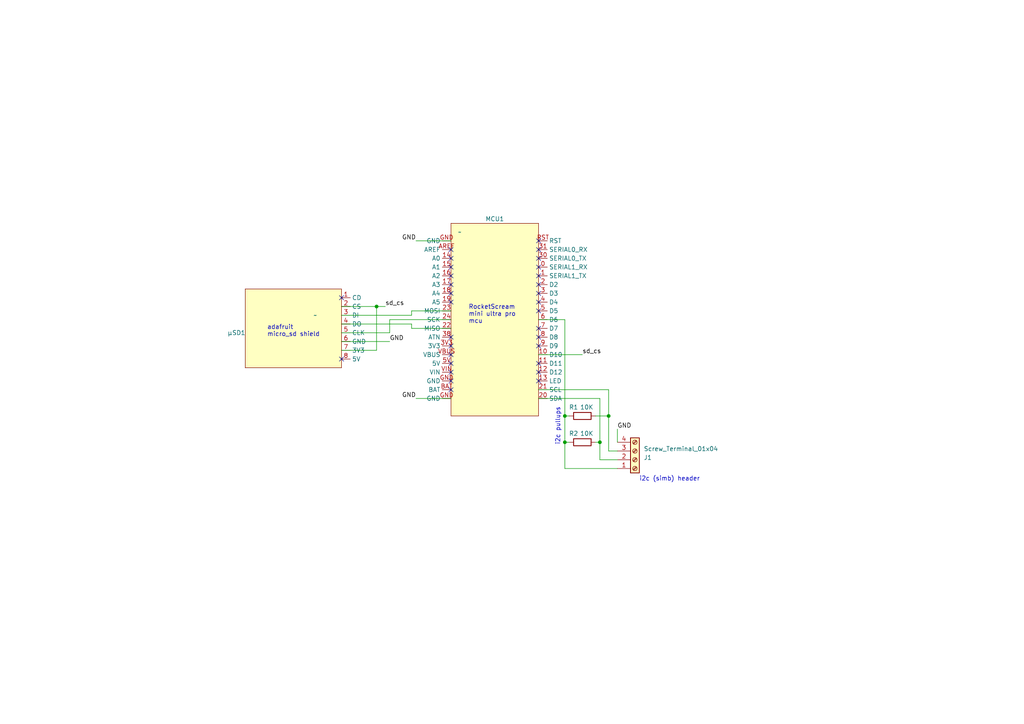
<source format=kicad_sch>
(kicad_sch (version 20230121) (generator eeschema)
  (paper "A4")
  (lib_symbols
    (symbol "Connector:Screw_Terminal_01x04" (pin_names (offset 1.016) hide)
      (property "Reference" "J" (at 0 5.08 0))
      (property "Value" "Screw_Terminal_01x04" (at 0 -7.62 0))
      (symbol "Screw_Terminal_01x04_1_1"
        (rectangle (start -1.27 3.81) (end 1.27 -6.35) (stroke (width 0.254)) (fill (type background)))
        (circle (center 0 -5.08) (radius 0.635) (stroke (width 0.1524)))
        (circle (center 0 -2.54) (radius 0.635) (stroke (width 0.1524)))
        (polyline (pts (xy -0.5334 -4.7498) (xy 0.3302 -5.588)) (stroke (width 0.1524)))
        (polyline (pts (xy -0.5334 -2.2098) (xy 0.3302 -3.048)) (stroke (width 0.1524)))
        (polyline (pts (xy -0.5334 0.3302) (xy 0.3302 -0.508)) (stroke (width 0.1524)))
        (polyline (pts (xy -0.5334 2.8702) (xy 0.3302 2.032)) (stroke (width 0.1524)))
        (polyline (pts (xy -0.3556 -4.572) (xy 0.508 -5.4102)) (stroke (width 0.1524)))
        (polyline (pts (xy -0.3556 -2.032) (xy 0.508 -2.8702)) (stroke (width 0.1524)))
        (polyline (pts (xy -0.3556 0.508) (xy 0.508 -0.3302)) (stroke (width 0.1524)))
        (polyline (pts (xy -0.3556 3.048) (xy 0.508 2.2098)) (stroke (width 0.1524)))
        (circle (center 0 0) (radius 0.635) (stroke (width 0.1524)))
        (circle (center 0 2.54) (radius 0.635) (stroke (width 0.1524)))
        (pin passive line (at -5.08 2.54 0) (length 3.81) (name "Pin_1") (number "1"))
        (pin passive line (at -5.08 0 0) (length 3.81) (name "Pin_2") (number "2"))
        (pin passive line (at -5.08 -2.54 0) (length 3.81) (name "Pin_3") (number "3"))
        (pin passive line (at -5.08 -5.08 0) (length 3.81) (name "Pin_4") (number "4"))
      )
    )
    (symbol "Connector:micro_sd_cardReader_adafruit"
      (property "Reference" "µSD" (at -20.32 -5.08 0))
      (symbol "micro_sd_cardReader_adafruit_1_1"
        (rectangle (start -15.24 7.62) (end 12.7 -15.24) (fill (type background)))
        (pin output line (at 12.7 5.08 0) (length 2.54) (name "CD") (number "1"))
        (pin input line (at 12.7 2.54 0) (length 2.54) (name "CS") (number "2"))
        (pin input line (at 12.7 0 0) (length 2.54) (name "DI") (number "3"))
        (pin output line (at 12.7 -2.54 0) (length 2.54) (name "DO") (number "4"))
        (pin input line (at 12.7 -5.08 0) (length 2.54) (name "CLK") (number "5"))
        (pin input line (at 12.7 -7.62 0) (length 2.54) (name "GND") (number "6"))
        (pin input line (at 12.7 -10.16 0) (length 2.54) (name "3V3") (number "7"))
        (pin input line (at 12.7 -12.7 0) (length 2.54) (name "5V") (number "8"))
      )
    )
    (symbol "Device:R" (pin_numbers hide) (pin_names (offset 0))
      (property "Reference" "R" (at 2.032 0 90))
      (property "Value" "R" (at 0 0 90))
      (symbol "R_0_1"
        (rectangle (start -1.016 -2.54) (end 1.016 2.54) (stroke (width 0.254)))
      )
      (symbol "R_1_1"
        (pin passive line (at 0 3.81 270) (length 1.27) (name "~") (number "1"))
        (pin passive line (at 0 -3.81 90) (length 1.27) (name "~") (number "2"))
      )
    )
    (symbol "MCU_Module:Rocket_Scream_Mini_Ultra_Pro"
      (property "Reference" "MCU" (at -10.16 26.67 0))
      (symbol "Rocket_Scream_Mini_Ultra_Pro_1_1"
        (rectangle (start -12.7 27.94) (end 12.7 -27.94) (fill (type background)))
        (pin input line (at 12.7 15.24 0) (length 2.54) (name "SERIAL1_RX") (number "0"))
        (pin output line (at 12.7 12.7 0) (length 2.54) (name "SERIAL1_TX") (number "1"))
        (pin bidirectional line (at 12.7 -10.16 0) (length 2.54) (name "D10") (number "10"))
        (pin bidirectional line (at 12.7 -12.7 0) (length 2.54) (name "D11") (number "11"))
        (pin bidirectional line (at 12.7 -15.24 0) (length 2.54) (name "D12") (number "12"))
        (pin bidirectional line (at 12.7 -17.78 0) (length 2.54) (name "LED") (number "13"))
        (pin bidirectional line (at -12.7 17.78 180) (length 2.54) (name "A0") (number "14"))
        (pin bidirectional line (at -12.7 15.24 180) (length 2.54) (name "A1") (number "15"))
        (pin bidirectional line (at -12.7 12.7 180) (length 2.54) (name "A2") (number "16"))
        (pin bidirectional line (at -12.7 10.16 180) (length 2.54) (name "A3") (number "17"))
        (pin bidirectional line (at -12.7 7.62 180) (length 2.54) (name "A4") (number "18"))
        (pin bidirectional line (at -12.7 5.08 180) (length 2.54) (name "A5") (number "19"))
        (pin bidirectional line (at 12.7 10.16 0) (length 2.54) (name "D2") (number "2"))
        (pin bidirectional line (at 12.7 -22.86 0) (length 2.54) (name "SDA") (number "20"))
        (pin bidirectional line (at 12.7 -20.32 0) (length 2.54) (name "SCL") (number "21"))
        (pin input line (at -12.7 -2.54 180) (length 2.54) (name "MISO") (number "22"))
        (pin output line (at -12.7 2.54 180) (length 2.54) (name "MOSI") (number "23"))
        (pin output line (at -12.7 0 180) (length 2.54) (name "SCK") (number "24"))
        (pin bidirectional line (at 12.7 7.62 0) (length 2.54) (name "D3") (number "3"))
        (pin output line (at 12.7 17.78 0) (length 2.54) (name "SERIAL0_TX") (number "30"))
        (pin input line (at 12.7 20.32 0) (length 2.54) (name "SERIAL0_RX") (number "31"))
        (pin unspecified line (at -12.7 -5.08 180) (length 2.54) (name "ATN") (number "38"))
        (pin power_out line (at -12.7 -7.62 180) (length 2.54) (name "3V3") (number "3V3"))
        (pin bidirectional line (at 12.7 5.08 0) (length 2.54) (name "D4") (number "4"))
        (pin bidirectional line (at 12.7 2.54 0) (length 2.54) (name "D5") (number "5"))
        (pin power_out line (at -12.7 -12.7 180) (length 2.54) (name "5V") (number "5V"))
        (pin bidirectional line (at 12.7 0 0) (length 2.54) (name "D6") (number "6"))
        (pin bidirectional line (at 12.7 -2.54 0) (length 2.54) (name "D7") (number "7"))
        (pin bidirectional line (at 12.7 -5.08 0) (length 2.54) (name "D8") (number "8"))
        (pin bidirectional line (at 12.7 -7.62 0) (length 2.54) (name "D9") (number "9"))
        (pin unspecified line (at -12.7 20.32 180) (length 2.54) (name "AREF") (number "AREF"))
        (pin power_out line (at -12.7 -20.32 180) (length 2.54) (name "BAT") (number "BAT"))
        (pin output line (at -12.7 -22.86 180) (length 2.54) (name "GND") (number "GND"))
        (pin output line (at -12.7 -17.78 180) (length 2.54) (name "GND") (number "GND"))
        (pin output line (at -12.7 22.86 180) (length 2.54) (name "GND") (number "GND"))
        (pin input line (at 12.7 22.86 0) (length 2.54) (name "RST") (number "RST"))
        (pin unspecified line (at -12.7 -10.16 180) (length 2.54) (name "VBUS") (number "VBUS"))
        (pin power_in line (at -12.7 -15.24 180) (length 2.54) (name "VIN") (number "VIN"))
      )
    )
  )
  (junction (at 176.53 120.65))
  (junction (at 163.83 120.65))
  (junction (at 163.83 128.27))
  (junction (at 109.22 88.9))
  (junction (at 173.99 128.27))
  (no_connect (at 130.81 102.87))
  (no_connect (at 156.21 97.79))
  (no_connect (at 130.81 110.49))
  (no_connect (at 156.21 74.93))
  (no_connect (at 130.81 80.01))
  (no_connect (at 156.21 100.33))
  (no_connect (at 130.81 105.41))
  (no_connect (at 156.21 95.25))
  (no_connect (at 130.81 107.95))
  (no_connect (at 130.81 97.79))
  (no_connect (at 99.06 86.36))
  (no_connect (at 156.21 90.17))
  (no_connect (at 156.21 107.95))
  (no_connect (at 130.81 77.47))
  (no_connect (at 130.81 82.55))
  (no_connect (at 156.21 82.55))
  (no_connect (at 130.81 85.09))
  (no_connect (at 130.81 72.39))
  (no_connect (at 99.06 104.14))
  (no_connect (at 130.81 100.33))
  (no_connect (at 156.21 87.63))
  (no_connect (at 156.21 80.01))
  (no_connect (at 130.81 87.63))
  (no_connect (at 156.21 69.85))
  (no_connect (at 156.21 77.47))
  (no_connect (at 156.21 85.09))
  (no_connect (at 156.21 110.49))
  (no_connect (at 130.81 74.93))
  (no_connect (at 156.21 72.39))
  (no_connect (at 130.81 113.03))
  (no_connect (at 156.21 105.41))
  (wire (pts (xy 163.83 120.65) (xy 163.83 128.27)))
  (wire (pts (xy 109.22 101.6) (xy 109.22 88.9)))
  (wire (pts (xy 99.06 93.98) (xy 119.38 93.98)))
  (wire (pts (xy 113.03 92.71) (xy 130.81 92.71)))
  (wire (pts (xy 179.07 124.46) (xy 179.07 128.27)))
  (wire (pts (xy 165.1 120.65) (xy 163.83 120.65)))
  (wire (pts (xy 173.99 115.57) (xy 173.99 128.27)))
  (wire (pts (xy 173.99 133.35) (xy 179.07 133.35)))
  (wire (pts (xy 163.83 135.89) (xy 179.07 135.89)))
  (wire (pts (xy 109.22 88.9) (xy 111.76 88.9)))
  (wire (pts (xy 113.03 96.52) (xy 113.03 92.71)))
  (wire (pts (xy 165.1 128.27) (xy 163.83 128.27)))
  (wire (pts (xy 173.99 128.27) (xy 173.99 133.35)))
  (wire (pts (xy 99.06 96.52) (xy 113.03 96.52)))
  (wire (pts (xy 176.53 120.65) (xy 176.53 130.81)))
  (wire (pts (xy 109.22 88.9) (xy 99.06 88.9)))
  (wire (pts (xy 156.21 102.87) (xy 168.91 102.87)))
  (wire (pts (xy 172.72 120.65) (xy 176.53 120.65)))
  (wire (pts (xy 119.38 93.98) (xy 119.38 95.25)))
  (wire (pts (xy 120.65 69.85) (xy 130.81 69.85)))
  (wire (pts (xy 163.83 128.27) (xy 163.83 135.89)))
  (wire (pts (xy 99.06 91.44) (xy 119.38 91.44)))
  (wire (pts (xy 119.38 90.17) (xy 130.81 90.17)))
  (wire (pts (xy 173.99 128.27) (xy 172.72 128.27)))
  (wire (pts (xy 99.06 99.06) (xy 113.03 99.06)))
  (wire (pts (xy 176.53 130.81) (xy 179.07 130.81)))
  (wire (pts (xy 120.65 115.57) (xy 130.81 115.57)))
  (wire (pts (xy 173.99 115.57) (xy 156.21 115.57)))
  (wire (pts (xy 163.83 92.71) (xy 163.83 120.65)))
  (wire (pts (xy 156.21 113.03) (xy 176.53 113.03)))
  (wire (pts (xy 119.38 95.25) (xy 130.81 95.25)))
  (wire (pts (xy 156.21 92.71) (xy 163.83 92.71)))
  (wire (pts (xy 119.38 91.44) (xy 119.38 90.17)))
  (wire (pts (xy 176.53 113.03) (xy 176.53 120.65)))
  (wire (pts (xy 99.06 101.6) (xy 109.22 101.6)))
  (text "RocketScream \nmini ultra pro\nmcu" (at 135.89 93.98 0) (effects (font (size 1.27 1.27)) (justify left bottom)))
  (text "adafruit\nmicro_sd shield" (at 77.47 97.79 0) (effects (font (size 1.27 1.27)) (justify left bottom)))
  (text "i2c pullups" (at 162.56 118.11 90) (effects (font (size 1.27 1.27)) (justify right bottom)))
  (text "i2c (simb) header" (at 185.42 139.7 0) (effects (font (size 1.27 1.27)) (justify left bottom)))
  (label "sd_cs" (at 111.76 88.9 0))
  (label "GND" (at 120.65 69.85 180))
  (label "sd_cs" (at 168.91 102.87 0))
  (label "GND" (at 120.65 115.57 180))
  (label "GND" (at 113.03 99.06 0))
  (label "GND" (at 179.07 124.46 0))
  (symbol (lib_id "Connector:Screw_Terminal_01x04") (at 184.15 133.35 0) (mirror x) (unit 1)
    (property "Reference" "J1" (at 186.69 132.715 0) (effects (justify left)))
    (property "Value" "Screw_Terminal_01x04" (at 186.69 130.175 0) (effects (justify left)))
    (property "Footprint" "TerminalBlock_Phoenix:TerminalBlock_Phoenix_MPT-0,5-4-2.54_1x04_P2.54mm_Horizontal" (effects hide))
  )
  (symbol (lib_id "MCU_Module:Rocket_Scream_Mini_Ultra_Pro") (at 143.51 92.71 0) (unit 1)
    (property "Reference" "MCU1" (at 143.51 63.5 0))
    (property "Value" "~" (at 133.35 67.31 0))
    (property "Footprint" "Module:Rocket_Scream_Mini_Ultra_Pro" (effects hide))
  )
  (symbol (lib_id "Connector:micro_sd_cardReader_adafruit") (at 86.36 91.44 0) (unit 1)
    (property "Reference" "µSD1" (at 68.58 96.52 0))
    (property "Value" "~" (at 91.44 91.44 0))
    (property "Footprint" "Connector_Card:micro_sd_cardReader_adafruit" (effects hide))
  )
  (symbol (lib_id "Device:R") (at 168.91 128.27 270) (mirror x) (unit 1)
    (property "Reference" "R2" (at 166.37 125.73 90))
    (property "Value" "10K" (at 170.18 125.73 90))
    (property "Footprint" "Resistor_THT:R_Axial_DIN0207_L6.3mm_D2.5mm_P7.62mm_Horizontal" (effects hide))
  )
  (symbol (lib_id "Device:R") (at 168.91 120.65 270) (mirror x) (unit 1)
    (property "Reference" "R1" (at 166.37 118.11 90))
    (property "Value" "10K" (at 170.18 118.11 90))
    (property "Footprint" "Resistor_THT:R_Axial_DIN0207_L6.3mm_D2.5mm_P7.62mm_Horizontal" (effects hide))
  )
)
</source>
